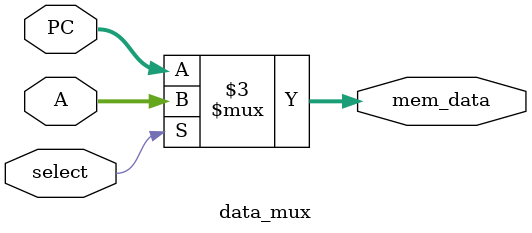
<source format=v>
module data_mux(
 input [7:0] A, PC,
 input select,
 output reg [7:0] mem_data
    );
    
    always @(select) begin
      if (select)
       mem_data = A;    
      else
       mem_data = PC;
    end 
    
endmodule
</source>
